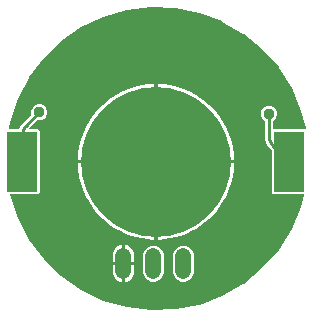
<source format=gbr>
G04 EAGLE Gerber X2 export*
%TF.Part,Single*%
%TF.FileFunction,Copper,L2,Bot,Mixed*%
%TF.FilePolarity,Positive*%
%TF.GenerationSoftware,Autodesk,EAGLE,8.7.0*%
%TF.CreationDate,2018-03-13T06:50:33Z*%
G75*
%MOMM*%
%FSLAX34Y34*%
%LPD*%
%AMOC8*
5,1,8,0,0,1.08239X$1,22.5*%
G01*
%ADD10C,12.700000*%
%ADD11R,2.540000X5.080000*%
%ADD12C,1.320800*%
%ADD13C,0.254000*%
%ADD14C,0.956400*%

G36*
X143155Y662D02*
X143155Y662D01*
X143187Y669D01*
X143276Y677D01*
X163429Y4791D01*
X163460Y4803D01*
X163547Y4825D01*
X182779Y12119D01*
X182807Y12135D01*
X182890Y12171D01*
X200702Y22456D01*
X200728Y22476D01*
X200803Y22525D01*
X216736Y35534D01*
X216757Y35558D01*
X216824Y35619D01*
X230464Y51014D01*
X230481Y51042D01*
X230537Y51112D01*
X241530Y68497D01*
X241543Y68527D01*
X241587Y68605D01*
X249649Y87528D01*
X249657Y87560D01*
X249688Y87644D01*
X252087Y97375D01*
X252095Y97486D01*
X252108Y97596D01*
X252105Y97608D01*
X252106Y97620D01*
X252079Y97727D01*
X252056Y97837D01*
X252049Y97847D01*
X252046Y97858D01*
X251987Y97952D01*
X251929Y98048D01*
X251920Y98056D01*
X251914Y98066D01*
X251827Y98135D01*
X251742Y98208D01*
X251731Y98212D01*
X251722Y98220D01*
X251618Y98258D01*
X251514Y98300D01*
X251500Y98301D01*
X251491Y98304D01*
X251464Y98305D01*
X251348Y98318D01*
X226109Y98318D01*
X224908Y99519D01*
X224908Y135508D01*
X224893Y135598D01*
X224886Y135689D01*
X224873Y135719D01*
X224868Y135751D01*
X224825Y135831D01*
X224790Y135915D01*
X224764Y135947D01*
X224753Y135968D01*
X224730Y135990D01*
X224685Y136046D01*
X224026Y136705D01*
X223945Y136786D01*
X223945Y136787D01*
X221635Y139096D01*
X220957Y139774D01*
X218929Y144670D01*
X218929Y159841D01*
X218911Y159955D01*
X218893Y160072D01*
X218891Y160078D01*
X218890Y160084D01*
X218835Y160186D01*
X218782Y160291D01*
X218777Y160296D01*
X218774Y160301D01*
X218690Y160381D01*
X218606Y160464D01*
X218600Y160467D01*
X218596Y160471D01*
X218579Y160478D01*
X218459Y160544D01*
X218380Y160578D01*
X216458Y162500D01*
X215417Y165011D01*
X215417Y167729D01*
X216458Y170240D01*
X218380Y172162D01*
X220891Y173203D01*
X223609Y173203D01*
X226120Y172162D01*
X228042Y170240D01*
X229083Y167729D01*
X229083Y165011D01*
X228042Y162500D01*
X226120Y160578D01*
X226041Y160544D01*
X225942Y160483D01*
X225841Y160423D01*
X225837Y160418D01*
X225832Y160415D01*
X225757Y160325D01*
X225681Y160236D01*
X225679Y160230D01*
X225675Y160225D01*
X225633Y160117D01*
X225589Y160008D01*
X225588Y160000D01*
X225587Y159996D01*
X225586Y159977D01*
X225571Y159841D01*
X225571Y153981D01*
X225574Y153961D01*
X225572Y153941D01*
X225594Y153840D01*
X225610Y153738D01*
X225620Y153721D01*
X225624Y153701D01*
X225677Y153612D01*
X225726Y153521D01*
X225740Y153507D01*
X225750Y153490D01*
X225829Y153423D01*
X225904Y153351D01*
X225922Y153343D01*
X225937Y153330D01*
X226033Y153291D01*
X226127Y153248D01*
X226147Y153246D01*
X226165Y153238D01*
X226332Y153220D01*
X252595Y153220D01*
X252705Y153238D01*
X252815Y153252D01*
X252826Y153257D01*
X252837Y153259D01*
X252936Y153311D01*
X253036Y153360D01*
X253044Y153369D01*
X253055Y153374D01*
X253131Y153455D01*
X253211Y153533D01*
X253216Y153544D01*
X253224Y153553D01*
X253271Y153654D01*
X253321Y153753D01*
X253323Y153765D01*
X253328Y153776D01*
X253340Y153886D01*
X253356Y153997D01*
X253354Y154011D01*
X253355Y154020D01*
X253349Y154047D01*
X253334Y154163D01*
X249688Y168954D01*
X249675Y168984D01*
X249662Y169027D01*
X249657Y169051D01*
X249653Y169058D01*
X249649Y169070D01*
X241587Y187993D01*
X241570Y188020D01*
X241530Y188101D01*
X230537Y205485D01*
X230515Y205510D01*
X230464Y205583D01*
X216824Y220979D01*
X216798Y221000D01*
X216736Y221064D01*
X200803Y234072D01*
X200775Y234089D01*
X200702Y234142D01*
X182890Y244426D01*
X182859Y244438D01*
X182779Y244479D01*
X163547Y251773D01*
X163515Y251779D01*
X163429Y251807D01*
X143276Y255921D01*
X143243Y255922D01*
X143155Y255936D01*
X122603Y256764D01*
X122570Y256760D01*
X122480Y256759D01*
X102062Y254280D01*
X102030Y254270D01*
X101942Y254255D01*
X82185Y248533D01*
X82156Y248519D01*
X82071Y248489D01*
X63488Y239672D01*
X63461Y239653D01*
X63382Y239610D01*
X46455Y227926D01*
X46431Y227903D01*
X46360Y227849D01*
X31526Y213600D01*
X31506Y213574D01*
X31444Y213509D01*
X19088Y197065D01*
X19073Y197036D01*
X19022Y196962D01*
X9464Y178749D01*
X9453Y178718D01*
X9416Y178636D01*
X2902Y159126D01*
X2897Y159094D01*
X2873Y159007D01*
X2076Y154103D01*
X2076Y154022D01*
X2067Y153941D01*
X2076Y153900D01*
X2076Y153857D01*
X2102Y153780D01*
X2119Y153701D01*
X2141Y153664D01*
X2155Y153624D01*
X2204Y153560D01*
X2246Y153490D01*
X2278Y153462D01*
X2304Y153428D01*
X2371Y153383D01*
X2432Y153330D01*
X2472Y153314D01*
X2507Y153290D01*
X2585Y153268D01*
X2661Y153238D01*
X2717Y153232D01*
X2744Y153224D01*
X2773Y153226D01*
X2827Y153220D01*
X10355Y153220D01*
X10469Y153238D01*
X10586Y153255D01*
X10591Y153258D01*
X10597Y153259D01*
X10700Y153314D01*
X10805Y153367D01*
X10809Y153371D01*
X10815Y153374D01*
X10895Y153458D01*
X10977Y153543D01*
X10981Y153549D01*
X10984Y153553D01*
X10992Y153570D01*
X11058Y153690D01*
X12306Y156702D01*
X12984Y157380D01*
X20975Y165372D01*
X21043Y165466D01*
X21113Y165560D01*
X21115Y165566D01*
X21119Y165571D01*
X21153Y165683D01*
X21189Y165794D01*
X21189Y165800D01*
X21191Y165806D01*
X21188Y165923D01*
X21187Y166040D01*
X21185Y166047D01*
X21185Y166052D01*
X21178Y166070D01*
X21140Y166201D01*
X21107Y166281D01*
X21107Y168999D01*
X22148Y171510D01*
X24070Y173432D01*
X26581Y174473D01*
X29299Y174473D01*
X31810Y173432D01*
X33732Y171510D01*
X34773Y168999D01*
X34773Y166281D01*
X33732Y163770D01*
X31810Y161848D01*
X29299Y160807D01*
X26581Y160807D01*
X26501Y160840D01*
X26388Y160867D01*
X26274Y160896D01*
X26268Y160895D01*
X26262Y160896D01*
X26145Y160886D01*
X26029Y160876D01*
X26023Y160874D01*
X26017Y160873D01*
X25910Y160826D01*
X25802Y160780D01*
X25797Y160775D01*
X25792Y160773D01*
X25778Y160761D01*
X25672Y160675D01*
X19515Y154519D01*
X19474Y154461D01*
X19424Y154409D01*
X19402Y154362D01*
X19372Y154319D01*
X19351Y154251D01*
X19320Y154186D01*
X19315Y154134D01*
X19299Y154084D01*
X19301Y154013D01*
X19293Y153941D01*
X19304Y153891D01*
X19306Y153838D01*
X19330Y153771D01*
X19346Y153701D01*
X19372Y153656D01*
X19390Y153607D01*
X19435Y153551D01*
X19472Y153490D01*
X19511Y153456D01*
X19544Y153415D01*
X19604Y153377D01*
X19659Y153330D01*
X19707Y153311D01*
X19751Y153282D01*
X19820Y153265D01*
X19887Y153238D01*
X19958Y153230D01*
X19989Y153222D01*
X20013Y153224D01*
X20054Y153220D01*
X27148Y153220D01*
X28349Y152018D01*
X28349Y99519D01*
X27148Y98318D01*
X3676Y98318D01*
X3658Y98315D01*
X3639Y98317D01*
X3537Y98295D01*
X3434Y98278D01*
X3417Y98269D01*
X3398Y98265D01*
X3308Y98212D01*
X3216Y98163D01*
X3203Y98149D01*
X3187Y98140D01*
X3119Y98061D01*
X3047Y97985D01*
X3039Y97968D01*
X3026Y97953D01*
X2987Y97857D01*
X2943Y97762D01*
X2941Y97743D01*
X2934Y97725D01*
X2928Y97621D01*
X2916Y97517D01*
X2920Y97499D01*
X2919Y97480D01*
X2954Y97316D01*
X9416Y77961D01*
X9431Y77932D01*
X9464Y77849D01*
X19022Y59636D01*
X19042Y59610D01*
X19088Y59533D01*
X31444Y43089D01*
X31468Y43066D01*
X31526Y42997D01*
X46360Y28749D01*
X46387Y28730D01*
X46455Y28672D01*
X63382Y16987D01*
X63412Y16973D01*
X63488Y16926D01*
X82071Y8109D01*
X82102Y8099D01*
X82185Y8065D01*
X101942Y2343D01*
X101975Y2339D01*
X102062Y2318D01*
X122481Y-161D01*
X122513Y-160D01*
X122603Y-166D01*
X143155Y662D01*
G37*
%LPC*%
G36*
X128152Y127292D02*
X128152Y127292D01*
X128152Y191810D01*
X128987Y191810D01*
X133693Y191473D01*
X138362Y190802D01*
X142971Y189799D01*
X147497Y188470D01*
X151917Y186821D01*
X156209Y184862D01*
X160348Y182601D01*
X164317Y180051D01*
X168093Y177224D01*
X171659Y174135D01*
X174994Y170799D01*
X178083Y167234D01*
X180910Y163458D01*
X183461Y159489D01*
X185721Y155349D01*
X187681Y151058D01*
X189330Y146638D01*
X190659Y142112D01*
X191661Y137502D01*
X192333Y132833D01*
X192669Y128127D01*
X192669Y127292D01*
X128152Y127292D01*
G37*
%LPD*%
%LPC*%
G36*
X60588Y127292D02*
X60588Y127292D01*
X60588Y128127D01*
X60924Y132833D01*
X61596Y137502D01*
X62598Y142112D01*
X63927Y146638D01*
X65576Y151058D01*
X67536Y155349D01*
X69796Y159489D01*
X72347Y163458D01*
X75174Y167234D01*
X78263Y170799D01*
X81599Y174135D01*
X85164Y177224D01*
X88940Y180051D01*
X92909Y182601D01*
X97048Y184862D01*
X101340Y186821D01*
X105760Y188470D01*
X110286Y189799D01*
X114895Y190802D01*
X119565Y191473D01*
X124270Y191810D01*
X125105Y191810D01*
X125105Y127292D01*
X60588Y127292D01*
G37*
%LPD*%
%LPC*%
G36*
X128152Y59728D02*
X128152Y59728D01*
X128152Y124246D01*
X192669Y124246D01*
X192669Y123410D01*
X192333Y118705D01*
X191661Y114035D01*
X190659Y109426D01*
X189330Y104900D01*
X187681Y100480D01*
X185721Y96189D01*
X183461Y92049D01*
X180910Y88080D01*
X178083Y84304D01*
X174994Y80739D01*
X171659Y77403D01*
X168093Y74314D01*
X164317Y71487D01*
X160348Y68937D01*
X156209Y66676D01*
X151917Y64716D01*
X147497Y63068D01*
X142971Y61739D01*
X138362Y60736D01*
X133693Y60065D01*
X128987Y59728D01*
X128152Y59728D01*
G37*
%LPD*%
%LPC*%
G36*
X124270Y59728D02*
X124270Y59728D01*
X119565Y60065D01*
X114895Y60736D01*
X110286Y61739D01*
X105760Y63068D01*
X101340Y64716D01*
X97048Y66676D01*
X92909Y68937D01*
X88940Y71487D01*
X85164Y74314D01*
X81599Y77403D01*
X78263Y80739D01*
X75174Y84304D01*
X72347Y88080D01*
X69796Y92049D01*
X67536Y96189D01*
X65576Y100480D01*
X63927Y104900D01*
X62598Y109426D01*
X61596Y114035D01*
X60924Y118705D01*
X60588Y123410D01*
X60588Y124246D01*
X125105Y124246D01*
X125105Y59728D01*
X124270Y59728D01*
G37*
%LPD*%
%LPC*%
G36*
X148125Y24248D02*
X148125Y24248D01*
X144944Y25566D01*
X142509Y28000D01*
X141191Y31181D01*
X141191Y47832D01*
X142509Y51013D01*
X144944Y53448D01*
X148125Y54765D01*
X151568Y54765D01*
X154749Y53448D01*
X157183Y51013D01*
X158501Y47832D01*
X158501Y31181D01*
X157183Y28000D01*
X154749Y25566D01*
X151568Y24248D01*
X148125Y24248D01*
G37*
%LPD*%
%LPC*%
G36*
X122725Y24248D02*
X122725Y24248D01*
X119544Y25566D01*
X117109Y28000D01*
X115791Y31181D01*
X115791Y47832D01*
X117109Y51013D01*
X119544Y53448D01*
X122725Y54765D01*
X126168Y54765D01*
X129349Y53448D01*
X131783Y51013D01*
X133101Y47832D01*
X133101Y31181D01*
X131783Y28000D01*
X129349Y25566D01*
X126168Y24248D01*
X122725Y24248D01*
G37*
%LPD*%
%LPC*%
G36*
X100569Y41030D02*
X100569Y41030D01*
X100569Y55132D01*
X101714Y54904D01*
X103378Y54215D01*
X104876Y53214D01*
X106149Y51940D01*
X107150Y50442D01*
X107839Y48778D01*
X108191Y47011D01*
X108191Y41030D01*
X100569Y41030D01*
G37*
%LPD*%
%LPC*%
G36*
X100569Y37983D02*
X100569Y37983D01*
X108191Y37983D01*
X108191Y32002D01*
X107839Y30235D01*
X107150Y28571D01*
X106149Y27073D01*
X104876Y25800D01*
X103378Y24799D01*
X101714Y24109D01*
X100569Y23882D01*
X100569Y37983D01*
G37*
%LPD*%
%LPC*%
G36*
X89901Y41030D02*
X89901Y41030D01*
X89901Y47011D01*
X90253Y48778D01*
X90942Y50442D01*
X91943Y51940D01*
X93217Y53214D01*
X94715Y54215D01*
X96379Y54904D01*
X97523Y55132D01*
X97523Y41030D01*
X89901Y41030D01*
G37*
%LPD*%
%LPC*%
G36*
X96379Y24109D02*
X96379Y24109D01*
X94715Y24799D01*
X93217Y25800D01*
X91943Y27073D01*
X90942Y28571D01*
X90253Y30235D01*
X89901Y32002D01*
X89901Y37983D01*
X97523Y37983D01*
X97523Y23882D01*
X96379Y24109D01*
G37*
%LPD*%
%LPC*%
G36*
X99045Y39506D02*
X99045Y39506D01*
X99045Y39508D01*
X99047Y39508D01*
X99047Y39506D01*
X99045Y39506D01*
G37*
%LPD*%
%LPC*%
G36*
X126628Y125768D02*
X126628Y125768D01*
X126628Y125770D01*
X126629Y125770D01*
X126629Y125768D01*
X126628Y125768D01*
G37*
%LPD*%
D10*
X126629Y125769D03*
D11*
X239659Y125769D03*
X13599Y125769D03*
D12*
X99046Y46111D02*
X99046Y32903D01*
X149846Y32903D02*
X149846Y46111D01*
X124446Y46111D02*
X124446Y32903D01*
D13*
X126629Y125769D02*
X151937Y138468D01*
X148590Y125730D01*
D14*
X151937Y138468D03*
D13*
X225179Y140248D02*
X239659Y125769D01*
X225179Y140249D02*
X225013Y140419D01*
X224850Y140593D01*
X224693Y140771D01*
X224539Y140953D01*
X224389Y141138D01*
X224245Y141327D01*
X224104Y141519D01*
X223969Y141715D01*
X223837Y141914D01*
X223711Y142115D01*
X223590Y142320D01*
X223473Y142528D01*
X223362Y142738D01*
X223255Y142951D01*
X223154Y143166D01*
X223057Y143383D01*
X222966Y143603D01*
X222881Y143825D01*
X222800Y144049D01*
X222725Y144275D01*
X222655Y144503D01*
X222591Y144732D01*
X222532Y144962D01*
X222479Y145194D01*
X222431Y145427D01*
X222388Y145662D01*
X222352Y145897D01*
X222321Y146133D01*
X222295Y146369D01*
X222275Y146607D01*
X222261Y146844D01*
X222253Y147082D01*
X222250Y147320D01*
X222250Y166370D01*
D14*
X222250Y166370D03*
D13*
X13599Y149156D02*
X13599Y125769D01*
X13599Y149156D02*
X13602Y149401D01*
X13611Y149647D01*
X13626Y149892D01*
X13647Y150136D01*
X13674Y150380D01*
X13707Y150623D01*
X13746Y150866D01*
X13791Y151107D01*
X13842Y151347D01*
X13899Y151586D01*
X13961Y151823D01*
X14030Y152059D01*
X14104Y152293D01*
X14184Y152525D01*
X14269Y152755D01*
X14360Y152983D01*
X14457Y153208D01*
X14559Y153432D01*
X14667Y153652D01*
X14780Y153870D01*
X14898Y154085D01*
X15022Y154297D01*
X15150Y154506D01*
X15284Y154712D01*
X15423Y154914D01*
X15567Y155113D01*
X15716Y155308D01*
X15869Y155500D01*
X16027Y155688D01*
X16189Y155872D01*
X16357Y156051D01*
X16528Y156227D01*
X16528Y156228D02*
X27940Y167640D01*
D14*
X27940Y167640D03*
M02*

</source>
